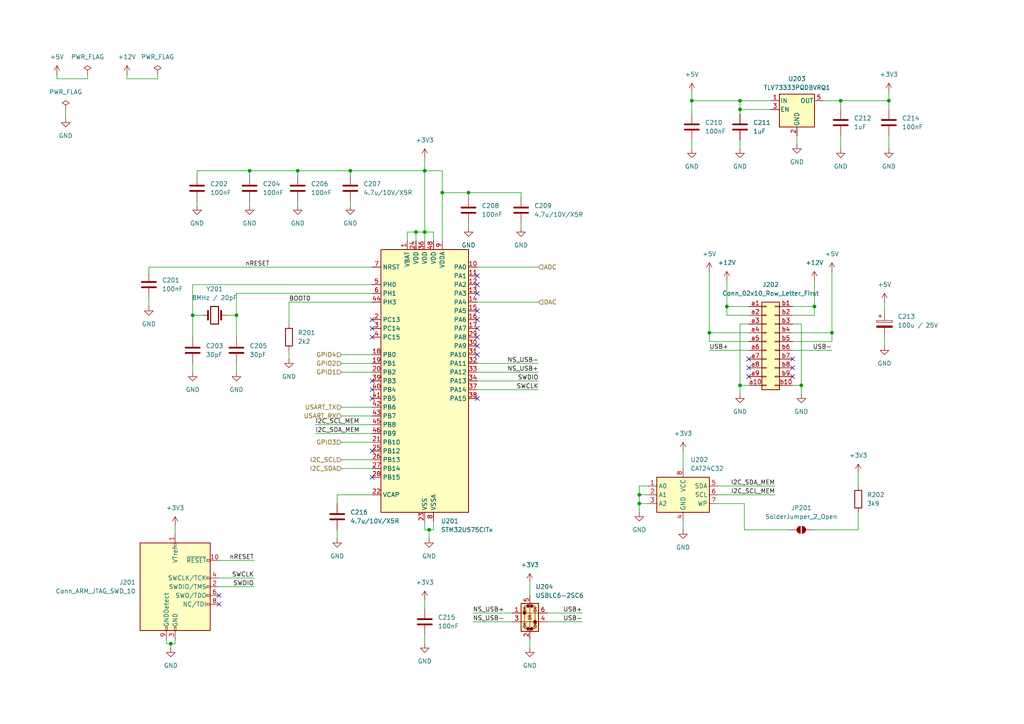
<source format=kicad_sch>
(kicad_sch (version 20250114) (generator "eeschema") (generator_version "9.0")
  (paper "A4")
  (title_block (title "STM32") (rev "<<HASH>>") (company "Amateurfunkclub für Remote Stationen"))
  (lib_symbols
    (symbol "Connector:Conn_ARM_JTAG_SWD_10" (pin_names (offset 1.016))
      (property "Reference" "J" (at -2.54 16.51 0))
      (property "Value" "Conn_ARM_JTAG_SWD_10" (at -2.54 13.97 0))
      (symbol "Conn_ARM_JTAG_SWD_10_0_1"
        (rectangle (start -10.16 12.7) (end 10.16 -12.7) (stroke (width 0.254)) (fill (type background)))
        (rectangle (start -2.794 -12.7) (end -2.286 -11.684))
        (rectangle (start -0.254 12.7) (end 0.254 11.684))
        (rectangle (start -0.254 -12.7) (end 0.254 -11.684))
        (rectangle (start 9.144 2.286) (end 10.16 2.794))
        (rectangle (start 10.16 7.874) (end 9.144 7.366))
        (rectangle (start 10.16 -0.254) (end 9.144 0.254))
        (rectangle (start 10.16 -2.794) (end 9.144 -2.286))
      )
      (symbol "Conn_ARM_JTAG_SWD_10_1_1"
        (rectangle (start 9.144 -5.334) (end 10.16 -4.826))
        (pin no_connect line (at -10.16 0 0) (length 2.54) (hide yes) (name "KEY") (number "7"))
        (pin passive line (at -2.54 -15.24 90) (length 2.54) (name "GNDDetect") (number "9"))
        (pin power_in line (at 0 15.24 270) (length 2.54) (name "VTref") (number "1"))
        (pin power_in line (at 0 -15.24 90) (length 2.54) (name "GND") (number "3"))
        (pin passive line (at 0 -15.24 90) (length 2.54) (hide yes) (name "GND") (number "5"))
        (pin open_collector line (at 12.7 7.62 180) (length 2.54) (name "~{RESET}") (number "10"))
        (pin output line (at 12.7 2.54 180) (length 2.54) (name "SWCLK/TCK") (number "4"))
        (pin bidirectional line (at 12.7 0 180) (length 2.54) (name "SWDIO/TMS") (number "2"))
        (pin input line (at 12.7 -2.54 180) (length 2.54) (name "SWO/TDO") (number "6"))
        (pin output line (at 12.7 -5.08 180) (length 2.54) (name "NC/TDI") (number "8"))
      )
    )
    (symbol "Connector_Generic:Conn_02x10_Row_Letter_First" (pin_names (offset 1.016) (hide yes))
      (property "Reference" "J" (at 1.27 12.7 0))
      (property "Value" "Conn_02x10_Row_Letter_First" (at 1.27 -15.24 0))
      (symbol "Conn_02x10_Row_Letter_First_1_1"
        (rectangle (start -1.27 11.43) (end 3.81 -13.97) (stroke (width 0.254)) (fill (type background)))
        (rectangle (start -1.27 10.287) (end 0 10.033) (stroke (width 0.1524)))
        (rectangle (start -1.27 7.747) (end 0 7.493) (stroke (width 0.1524)))
        (rectangle (start -1.27 5.207) (end 0 4.953) (stroke (width 0.1524)))
        (rectangle (start -1.27 2.667) (end 0 2.413) (stroke (width 0.1524)))
        (rectangle (start -1.27 0.127) (end 0 -0.127) (stroke (width 0.1524)))
        (rectangle (start -1.27 -2.413) (end 0 -2.667) (stroke (width 0.1524)))
        (rectangle (start -1.27 -4.953) (end 0 -5.207) (stroke (width 0.1524)))
        (rectangle (start -1.27 -7.493) (end 0 -7.747) (stroke (width 0.1524)))
        (rectangle (start -1.27 -10.033) (end 0 -10.287) (stroke (width 0.1524)))
        (rectangle (start -1.27 -12.573) (end 0 -12.827) (stroke (width 0.1524)))
        (rectangle (start 3.81 10.287) (end 2.54 10.033) (stroke (width 0.1524)))
        (rectangle (start 3.81 7.747) (end 2.54 7.493) (stroke (width 0.1524)))
        (rectangle (start 3.81 5.207) (end 2.54 4.953) (stroke (width 0.1524)))
        (rectangle (start 3.81 2.667) (end 2.54 2.413) (stroke (width 0.1524)))
        (rectangle (start 3.81 0.127) (end 2.54 -0.127) (stroke (width 0.1524)))
        (rectangle (start 3.81 -2.413) (end 2.54 -2.667) (stroke (width 0.1524)))
        (rectangle (start 3.81 -4.953) (end 2.54 -5.207) (stroke (width 0.1524)))
        (rectangle (start 3.81 -7.493) (end 2.54 -7.747) (stroke (width 0.1524)))
        (rectangle (start 3.81 -10.033) (end 2.54 -10.287) (stroke (width 0.1524)))
        (rectangle (start 3.81 -12.573) (end 2.54 -12.827) (stroke (width 0.1524)))
        (pin passive line (at -5.08 10.16 0) (length 3.81) (name "Pin_a1") (number "a1"))
        (pin passive line (at -5.08 7.62 0) (length 3.81) (name "Pin_a2") (number "a2"))
        (pin passive line (at -5.08 5.08 0) (length 3.81) (name "Pin_a3") (number "a3"))
        (pin passive line (at -5.08 2.54 0) (length 3.81) (name "Pin_a4") (number "a4"))
        (pin passive line (at -5.08 0 0) (length 3.81) (name "Pin_a5") (number "a5"))
        (pin passive line (at -5.08 -2.54 0) (length 3.81) (name "Pin_a6") (number "a6"))
        (pin passive line (at -5.08 -5.08 0) (length 3.81) (name "Pin_a7") (number "a7"))
        (pin passive line (at -5.08 -7.62 0) (length 3.81) (name "Pin_a8") (number "a8"))
        (pin passive line (at -5.08 -10.16 0) (length 3.81) (name "Pin_a9") (number "a9"))
        (pin passive line (at -5.08 -12.7 0) (length 3.81) (name "Pin_a10") (number "a10"))
        (pin passive line (at 7.62 10.16 180) (length 3.81) (name "Pin_b1") (number "b1"))
        (pin passive line (at 7.62 7.62 180) (length 3.81) (name "Pin_b2") (number "b2"))
        (pin passive line (at 7.62 5.08 180) (length 3.81) (name "Pin_b3") (number "b3"))
        (pin passive line (at 7.62 2.54 180) (length 3.81) (name "Pin_b4") (number "b4"))
        (pin passive line (at 7.62 0 180) (length 3.81) (name "Pin_b5") (number "b5"))
        (pin passive line (at 7.62 -2.54 180) (length 3.81) (name "Pin_b6") (number "b6"))
        (pin passive line (at 7.62 -5.08 180) (length 3.81) (name "Pin_b7") (number "b7"))
        (pin passive line (at 7.62 -7.62 180) (length 3.81) (name "Pin_b8") (number "b8"))
        (pin passive line (at 7.62 -10.16 180) (length 3.81) (name "Pin_b9") (number "b9"))
        (pin passive line (at 7.62 -12.7 180) (length 3.81) (name "Pin_b10") (number "b10"))
      )
    )
    (symbol "Device:C" (pin_numbers (hide yes)) (pin_names (offset 0.254))
      (property "Reference" "C" (at 0.635 2.54 0))
      (property "Value" "C" (at 0.635 -2.54 0))
      (symbol "C_0_1"
        (polyline (pts (xy -2.032 0.762) (xy 2.032 0.762)) (stroke (width 0.508)))
        (polyline (pts (xy -2.032 -0.762) (xy 2.032 -0.762)) (stroke (width 0.508)))
      )
      (symbol "C_1_1"
        (pin passive line (at 0 3.81 270) (length 2.794) (name "~") (number "1"))
        (pin passive line (at 0 -3.81 90) (length 2.794) (name "~") (number "2"))
      )
    )
    (symbol "Device:C_Polarized" (pin_numbers (hide yes)) (pin_names (offset 0.254))
      (property "Reference" "C" (at 0.635 2.54 0))
      (property "Value" "C_Polarized" (at 0.635 -2.54 0))
      (symbol "C_Polarized_0_1"
        (rectangle (start -2.286 0.508) (end 2.286 1.016))
        (polyline (pts (xy -1.778 2.286) (xy -0.762 2.286)))
        (polyline (pts (xy -1.27 2.794) (xy -1.27 1.778)))
        (rectangle (start 2.286 -0.508) (end -2.286 -1.016) (fill (type outline)))
      )
      (symbol "C_Polarized_1_1"
        (pin passive line (at 0 3.81 270) (length 2.794) (name "~") (number "1"))
        (pin passive line (at 0 -3.81 90) (length 2.794) (name "~") (number "2"))
      )
    )
    (symbol "Device:Crystal" (pin_numbers (hide yes)) (pin_names (offset 1.016) (hide yes))
      (property "Reference" "Y" (at 0 3.81 0))
      (property "Value" "Crystal" (at 0 -3.81 0))
      (symbol "Crystal_0_1"
        (polyline (pts (xy -2.54 0) (xy -1.905 0)))
        (polyline (pts (xy -1.905 -1.27) (xy -1.905 1.27)) (stroke (width 0.508)))
        (rectangle (start -1.143 2.54) (end 1.143 -2.54) (stroke (width 0.3048)))
        (polyline (pts (xy 1.905 -1.27) (xy 1.905 1.27)) (stroke (width 0.508)))
        (polyline (pts (xy 2.54 0) (xy 1.905 0)))
      )
      (symbol "Crystal_1_1"
        (pin passive line (at -3.81 0 0) (length 1.27) (name "1") (number "1"))
        (pin passive line (at 3.81 0 180) (length 1.27) (name "2") (number "2"))
      )
    )
    (symbol "Device:R" (pin_numbers (hide yes)) (pin_names (offset 0))
      (property "Reference" "R" (at 2.032 0 90))
      (property "Value" "R" (at 0 0 90))
      (symbol "R_0_1"
        (rectangle (start -1.016 -2.54) (end 1.016 2.54) (stroke (width 0.254)))
      )
      (symbol "R_1_1"
        (pin passive line (at 0 3.81 270) (length 1.27) (name "~") (number "1"))
        (pin passive line (at 0 -3.81 90) (length 1.27) (name "~") (number "2"))
      )
    )
    (symbol "Jumper:SolderJumper_2_Open" (pin_numbers (hide yes)) (pin_names (offset 0) (hide yes)) (in_bom no)
      (property "Reference" "JP" (at 0 2.032 0))
      (property "Value" "SolderJumper_2_Open" (at 0 -2.54 0))
      (symbol "SolderJumper_2_Open_0_1"
        (polyline (pts (xy -0.254 1.016) (xy -0.254 -1.016)))
        (arc (start -0.254 -1.016) (mid -1.2656 0) (end -0.254 1.016))
        (arc (start -0.254 -1.016) (mid -1.2656 0) (end -0.254 1.016) (fill (type outline)))
        (arc (start 0.254 1.016) (mid 1.2656 0) (end 0.254 -1.016))
        (arc (start 0.254 1.016) (mid 1.2656 0) (end 0.254 -1.016) (fill (type outline)))
        (polyline (pts (xy 0.254 1.016) (xy 0.254 -1.016)))
      )
      (symbol "SolderJumper_2_Open_1_1"
        (pin passive line (at -3.81 0 0) (length 2.54) (name "A") (number "1"))
        (pin passive line (at 3.81 0 180) (length 2.54) (name "B") (number "2"))
      )
    )
    (symbol "MCU_ST_STM32U5:STM32U575CITx"
      (property "Reference" "U" (at -12.7 39.37 0))
      (property "Value" "STM32U575CITx" (at 7.62 39.37 0))
      (symbol "STM32U575CITx_0_1"
        (rectangle (start -12.7 -38.1) (end 12.7 38.1) (stroke (width 0.254)) (fill (type background)))
      )
      (symbol "STM32U575CITx_1_1"
        (pin input line (at -15.24 33.02 0) (length 2.54) (name "NRST") (number "7"))
        (pin bidirectional line (at -15.24 27.94 0) (length 2.54) (name "PH0") (number "5"))
        (pin bidirectional line (at -15.24 25.4 0) (length 2.54) (name "PH1") (number "6"))
        (pin bidirectional line (at -15.24 22.86 0) (length 2.54) (name "PH3") (number "44"))
        (pin bidirectional line (at -15.24 17.78 0) (length 2.54) (name "PC13") (number "2"))
        (pin bidirectional line (at -15.24 15.24 0) (length 2.54) (name "PC14") (number "3"))
        (pin bidirectional line (at -15.24 12.7 0) (length 2.54) (name "PC15") (number "4"))
        (pin bidirectional line (at -15.24 7.62 0) (length 2.54) (name "PB0") (number "18"))
        (pin bidirectional line (at -15.24 5.08 0) (length 2.54) (name "PB1") (number "19"))
        (pin bidirectional line (at -15.24 2.54 0) (length 2.54) (name "PB2") (number "20"))
        (pin bidirectional line (at -15.24 0 0) (length 2.54) (name "PB3") (number "39"))
        (pin bidirectional line (at -15.24 -2.54 0) (length 2.54) (name "PB4") (number "40"))
        (pin bidirectional line (at -15.24 -5.08 0) (length 2.54) (name "PB5") (number "41"))
        (pin bidirectional line (at -15.24 -7.62 0) (length 2.54) (name "PB6") (number "42"))
        (pin bidirectional line (at -15.24 -10.16 0) (length 2.54) (name "PB7") (number "43"))
        (pin bidirectional line (at -15.24 -12.7 0) (length 2.54) (name "PB8") (number "45"))
        (pin bidirectional line (at -15.24 -15.24 0) (length 2.54) (name "PB9") (number "46"))
        (pin bidirectional line (at -15.24 -17.78 0) (length 2.54) (name "PB10") (number "21"))
        (pin bidirectional line (at -15.24 -20.32 0) (length 2.54) (name "PB12") (number "25"))
        (pin bidirectional line (at -15.24 -22.86 0) (length 2.54) (name "PB13") (number "26"))
        (pin bidirectional line (at -15.24 -25.4 0) (length 2.54) (name "PB14") (number "27"))
        (pin bidirectional line (at -15.24 -27.94 0) (length 2.54) (name "PB15") (number "28"))
        (pin power_out line (at -15.24 -33.02 0) (length 2.54) (name "VCAP") (number "22"))
        (pin power_in line (at -5.08 40.64 270) (length 2.54) (name "VBAT") (number "1"))
        (pin power_in line (at -2.54 40.64 270) (length 2.54) (name "VDD") (number "24"))
        (pin power_in line (at 0 40.64 270) (length 2.54) (name "VDD") (number "36"))
        (pin power_in line (at 0 -40.64 90) (length 2.54) (name "VSS") (number "23"))
        (pin passive line (at 0 -40.64 90) (length 2.54) (hide yes) (name "VSS") (number "35"))
        (pin passive line (at 0 -40.64 90) (length 2.54) (hide yes) (name "VSS") (number "47"))
        (pin power_in line (at 2.54 40.64 270) (length 2.54) (name "VDD") (number "48"))
        (pin power_in line (at 2.54 -40.64 90) (length 2.54) (name "VSSA") (number "8"))
        (pin power_in line (at 5.08 40.64 270) (length 2.54) (name "VDDA") (number "9"))
        (pin bidirectional line (at 15.24 33.02 180) (length 2.54) (name "PA0") (number "10"))
        (pin bidirectional line (at 15.24 30.48 180) (length 2.54) (name "PA1") (number "11"))
        (pin bidirectional line (at 15.24 27.94 180) (length 2.54) (name "PA2") (number "12"))
        (pin bidirectional line (at 15.24 25.4 180) (length 2.54) (name "PA3") (number "13"))
        (pin bidirectional line (at 15.24 22.86 180) (length 2.54) (name "PA4") (number "14"))
        (pin bidirectional line (at 15.24 20.32 180) (length 2.54) (name "PA5") (number "15"))
        (pin bidirectional line (at 15.24 17.78 180) (length 2.54) (name "PA6") (number "16"))
        (pin bidirectional line (at 15.24 15.24 180) (length 2.54) (name "PA7") (number "17"))
        (pin bidirectional line (at 15.24 12.7 180) (length 2.54) (name "PA8") (number "29"))
        (pin bidirectional line (at 15.24 10.16 180) (length 2.54) (name "PA9") (number "30"))
        (pin bidirectional line (at 15.24 7.62 180) (length 2.54) (name "PA10") (number "31"))
        (pin bidirectional line (at 15.24 5.08 180) (length 2.54) (name "PA11") (number "32"))
        (pin bidirectional line (at 15.24 2.54 180) (length 2.54) (name "PA12") (number "33"))
        (pin bidirectional line (at 15.24 0 180) (length 2.54) (name "PA13") (number "34"))
        (pin bidirectional line (at 15.24 -2.54 180) (length 2.54) (name "PA14") (number "37"))
        (pin bidirectional line (at 15.24 -5.08 180) (length 2.54) (name "PA15") (number "38"))
      )
    )
    (symbol "Memory_EEPROM:CAT24C128"
      (property "Reference" "U" (at -6.35 6.35 0))
      (property "Value" "CAT24C128" (at 1.27 6.35 0))
      (symbol "CAT24C128_1_1"
        (rectangle (start -7.62 5.08) (end 7.62 -5.08) (stroke (width 0.254)) (fill (type background)))
        (pin input line (at -10.16 2.54 0) (length 2.54) (name "A0") (number "1"))
        (pin input line (at -10.16 0 0) (length 2.54) (name "A1") (number "2"))
        (pin input line (at -10.16 -2.54 0) (length 2.54) (name "A2") (number "3"))
        (pin power_in line (at 0 7.62 270) (length 2.54) (name "VCC") (number "8"))
        (pin power_in line (at 0 -7.62 90) (length 2.54) (name "GND") (number "4"))
        (pin bidirectional line (at 10.16 2.54 180) (length 2.54) (name "SDA") (number "5"))
        (pin input line (at 10.16 0 180) (length 2.54) (name "SCL") (number "6"))
        (pin input line (at 10.16 -2.54 180) (length 2.54) (name "WP") (number "7"))
      )
    )
    (symbol "Power_Protection:USBLC6-2SC6" (pin_names (hide yes))
      (property "Reference" "U" (at 0.635 5.715 0))
      (property "Value" "USBLC6-2SC6" (at 0.635 3.81 0))
      (symbol "USBLC6-2SC6_0_0"
        (circle (center -1.524 0) (radius 0.0001) (stroke (width 0.508)))
        (circle (center -0.508 2.032) (radius 0.0001) (stroke (width 0.508)))
        (circle (center -0.508 -4.572) (radius 0.0001) (stroke (width 0.508)))
        (circle (center 0.508 2.032) (radius 0.0001) (stroke (width 0.508)))
        (circle (center 0.508 -4.572) (radius 0.0001) (stroke (width 0.508)))
        (circle (center 1.524 -2.54) (radius 0.0001) (stroke (width 0.508)))
      )
      (symbol "USBLC6-2SC6_0_1"
        (polyline (pts (xy -2.54 0) (xy 2.54 0)))
        (polyline (pts (xy -2.54 -2.54) (xy 2.54 -2.54)))
        (polyline (pts (xy -2.032 0.508) (xy -1.016 0.508) (xy -1.524 1.524) (xy -2.032 0.508)))
        (polyline (pts (xy -2.032 -3.048) (xy -1.016 -3.048)))
        (polyline (pts (xy -1.016 1.524) (xy -2.032 1.524)))
        (polyline (pts (xy -1.016 -4.064) (xy -2.032 -4.064) (xy -1.524 -3.048) (xy -1.016 -4.064)))
        (polyline (pts (xy -0.508 -1.143) (xy -0.508 -0.762) (xy 0.508 -0.762)))
        (polyline (pts (xy 0 2.54) (xy -0.508 2.032) (xy 0.508 2.032) (xy 0 1.524) (xy 0 -4.064) (xy -0.508 -4.572) (xy 0.508 -4.572) (xy 0 -5.08)))
        (polyline (pts (xy 0.508 -1.778) (xy -0.508 -1.778) (xy 0 -0.762) (xy 0.508 -1.778)))
        (polyline (pts (xy 1.016 1.524) (xy 2.032 1.524)))
        (polyline (pts (xy 1.016 -3.048) (xy 2.032 -3.048)))
        (polyline (pts (xy 2.032 0.508) (xy 1.016 0.508) (xy 1.524 1.524) (xy 2.032 0.508)))
        (polyline (pts (xy 2.032 -4.064) (xy 1.016 -4.064) (xy 1.524 -3.048) (xy 2.032 -4.064)))
      )
      (symbol "USBLC6-2SC6_1_1"
        (rectangle (start -2.54 2.794) (end 2.54 -5.334) (stroke (width 0.254)) (fill (type background)))
        (polyline (pts (xy -0.508 2.032) (xy -1.524 2.032) (xy -1.524 -4.572) (xy -0.508 -4.572)))
        (polyline (pts (xy 0.508 -4.572) (xy 1.524 -4.572) (xy 1.524 2.032) (xy 0.508 2.032)))
        (pin passive line (at -5.08 0 0) (length 2.54) (name "I/O1") (number "1"))
        (pin passive line (at -5.08 -2.54 0) (length 2.54) (name "I/O2") (number "3"))
        (pin passive line (at 0 5.08 270) (length 2.54) (name "VBUS") (number "5"))
        (pin passive line (at 0 -7.62 90) (length 2.54) (name "GND") (number "2"))
        (pin passive line (at 5.08 0 180) (length 2.54) (name "I/O1") (number "6"))
        (pin passive line (at 5.08 -2.54 180) (length 2.54) (name "I/O2") (number "4"))
      )
    )
    (symbol "Regulator_Linear:TLV73333PDBV" (pin_names (offset 0.254))
      (property "Reference" "U" (at -3.81 5.715 0))
      (property "Value" "TLV73333PDBV" (at 0 5.715 0))
      (symbol "TLV73333PDBV_0_1"
        (rectangle (start -5.08 4.445) (end 5.08 -5.08) (stroke (width 0.254)) (fill (type background)))
      )
      (symbol "TLV73333PDBV_1_1"
        (pin power_in line (at -7.62 2.54 0) (length 2.54) (name "IN") (number "1"))
        (pin input line (at -7.62 0 0) (length 2.54) (name "EN") (number "3"))
        (pin power_in line (at 0 -7.62 90) (length 2.54) (name "GND") (number "2"))
        (pin no_connect line (at 5.08 0 180) (length 2.54) (hide yes) (name "NC") (number "4"))
        (pin power_out line (at 7.62 2.54 180) (length 2.54) (name "OUT") (number "5"))
      )
    )
    (symbol "power:+12V" (power) (pin_numbers (hide yes)) (pin_names (offset 0) (hide yes))
      (property "Value" "+12V" (at 0 3.556 0))
      (symbol "+12V_0_1"
        (polyline (pts (xy -0.762 1.27) (xy 0 2.54)))
        (polyline (pts (xy 0 2.54) (xy 0.762 1.27)))
        (polyline (pts (xy 0 0) (xy 0 2.54)))
      )
      (symbol "+12V_1_1"
        (pin power_in line (at 0 0 90) (length 0) (name "~") (number "1"))
      )
    )
    (symbol "power:+3V3" (power) (pin_numbers (hide yes)) (pin_names (offset 0) (hide yes))
      (property "Value" "+3V3" (at 0 3.556 0))
      (symbol "+3V3_0_1"
        (polyline (pts (xy -0.762 1.27) (xy 0 2.54)))
        (polyline (pts (xy 0 2.54) (xy 0.762 1.27)))
        (polyline (pts (xy 0 0) (xy 0 2.54)))
      )
      (symbol "+3V3_1_1"
        (pin power_in line (at 0 0 90) (length 0) (name "~") (number "1"))
      )
    )
    (symbol "power:+5V" (power) (pin_numbers (hide yes)) (pin_names (offset 0) (hide yes))
      (property "Value" "+5V" (at 0 3.556 0))
      (symbol "+5V_0_1"
        (polyline (pts (xy -0.762 1.27) (xy 0 2.54)))
        (polyline (pts (xy 0 2.54) (xy 0.762 1.27)))
        (polyline (pts (xy 0 0) (xy 0 2.54)))
      )
      (symbol "+5V_1_1"
        (pin power_in line (at 0 0 90) (length 0) (name "~") (number "1"))
      )
    )
    (symbol "power:GND" (power) (pin_numbers (hide yes)) (pin_names (offset 0) (hide yes))
      (property "Value" "GND" (at 0 -3.81 0))
      (symbol "GND_0_1"
        (polyline (pts (xy 0 0) (xy 0 -1.27) (xy 1.27 -1.27) (xy 0 -2.54) (xy -1.27 -1.27) (xy 0 -1.27)))
      )
      (symbol "GND_1_1"
        (pin power_in line (at 0 0 270) (length 0) (name "~") (number "1"))
      )
    )
    (symbol "power:PWR_FLAG" (power) (pin_numbers (hide yes)) (pin_names (offset 0) (hide yes))
      (property "Value" "PWR_FLAG" (at 0 3.81 0))
      (symbol "PWR_FLAG_0_0"
        (pin power_out line (at 0 0 90) (length 0) (name "~") (number "1"))
      )
      (symbol "PWR_FLAG_0_1"
        (polyline (pts (xy 0 0) (xy 0 1.27) (xy -1.016 1.905) (xy 0 2.54) (xy 1.016 1.905) (xy 0 1.27)))
      )
    )
  )
  (junction (at 185.42 143.51))
  (junction (at 128.27 55.88))
  (junction (at 210.82 88.9))
  (junction (at 200.66 29.21))
  (junction (at 72.39 49.53))
  (junction (at 214.63 31.75))
  (junction (at 123.19 49.53))
  (junction (at 232.41 111.76))
  (junction (at 205.74 96.52))
  (junction (at 101.6 49.53))
  (junction (at 257.81 29.21))
  (junction (at 55.88 91.44))
  (junction (at 243.84 29.21))
  (junction (at 185.42 146.05))
  (junction (at 214.63 29.21))
  (junction (at 135.89 55.88))
  (junction (at 68.58 91.44))
  (junction (at 124.46 153.67))
  (junction (at 49.53 186.69))
  (junction (at 241.3 96.52))
  (junction (at 86.36 49.53))
  (junction (at 120.65 67.31))
  (junction (at 123.19 67.31))
  (junction (at 236.22 88.9))
  (junction (at 214.63 111.76))
  (no_connect (at 229.87 106.68))
  (no_connect (at 107.95 115.57))
  (no_connect (at 63.5 175.26))
  (no_connect (at 138.43 90.17))
  (no_connect (at 107.95 113.03))
  (no_connect (at 107.95 92.71))
  (no_connect (at 107.95 95.25))
  (no_connect (at 138.43 97.79))
  (no_connect (at 138.43 82.55))
  (no_connect (at 229.87 104.14))
  (no_connect (at 217.17 104.14))
  (no_connect (at 107.95 97.79))
  (no_connect (at 217.17 109.22))
  (no_connect (at 217.17 106.68))
  (no_connect (at 138.43 115.57))
  (no_connect (at 107.95 138.43))
  (no_connect (at 138.43 85.09))
  (no_connect (at 107.95 110.49))
  (no_connect (at 229.87 109.22))
  (no_connect (at 138.43 100.33))
  (no_connect (at 138.43 95.25))
  (no_connect (at 138.43 102.87))
  (no_connect (at 107.95 130.81))
  (no_connect (at 63.5 172.72))
  (no_connect (at 138.43 92.71))
  (no_connect (at 138.43 80.01))
  (wire (pts (xy 83.82 101.6) (xy 83.82 104.14)))
  (wire (pts (xy 123.19 49.53) (xy 128.27 49.53)))
  (wire (pts (xy 120.65 67.31) (xy 123.19 67.31)))
  (wire (pts (xy 43.18 77.47) (xy 43.18 78.74)))
  (wire (pts (xy 101.6 58.42) (xy 101.6 59.69)))
  (wire (pts (xy 118.11 69.85) (xy 118.11 67.31)))
  (wire (pts (xy 210.82 88.9) (xy 210.82 81.28)))
  (wire (pts (xy 138.43 105.41) (xy 156.21 105.41)))
  (wire (pts (xy 99.06 120.65) (xy 107.95 120.65)))
  (wire (pts (xy 16.51 22.86) (xy 25.4 22.86)))
  (wire (pts (xy 36.83 21.59) (xy 36.83 22.86)))
  (wire (pts (xy 210.82 91.44) (xy 210.82 88.9)))
  (wire (pts (xy 125.73 151.13) (xy 125.73 153.67)))
  (wire (pts (xy 123.19 153.67) (xy 124.46 153.67)))
  (wire (pts (xy 97.79 153.67) (xy 97.79 156.21)))
  (wire (pts (xy 99.06 128.27) (xy 107.95 128.27)))
  (wire (pts (xy 236.22 153.67) (xy 248.92 153.67)))
  (wire (pts (xy 215.9 146.05) (xy 208.28 146.05)))
  (wire (pts (xy 187.96 146.05) (xy 185.42 146.05)))
  (wire (pts (xy 229.87 111.76) (xy 232.41 111.76)))
  (wire (pts (xy 232.41 93.98) (xy 232.41 111.76)))
  (wire (pts (xy 16.51 21.59) (xy 16.51 22.86)))
  (wire (pts (xy 68.58 105.41) (xy 68.58 107.95)))
  (wire (pts (xy 198.12 151.13) (xy 198.12 153.67)))
  (wire (pts (xy 214.63 29.21) (xy 223.52 29.21)))
  (wire (pts (xy 205.74 101.6) (xy 217.17 101.6)))
  (wire (pts (xy 236.22 88.9) (xy 236.22 81.28)))
  (wire (pts (xy 217.17 99.06) (xy 205.74 99.06)))
  (wire (pts (xy 185.42 140.97) (xy 185.42 143.51)))
  (wire (pts (xy 128.27 55.88) (xy 128.27 69.85)))
  (wire (pts (xy 124.46 153.67) (xy 125.73 153.67)))
  (wire (pts (xy 185.42 143.51) (xy 185.42 146.05)))
  (wire (pts (xy 214.63 111.76) (xy 214.63 114.3)))
  (wire (pts (xy 243.84 39.37) (xy 243.84 43.18)))
  (wire (pts (xy 217.17 111.76) (xy 214.63 111.76)))
  (wire (pts (xy 153.67 168.91) (xy 153.67 172.72)))
  (wire (pts (xy 68.58 85.09) (xy 68.58 91.44)))
  (wire (pts (xy 124.46 153.67) (xy 124.46 156.21)))
  (wire (pts (xy 63.5 167.64) (xy 73.66 167.64)))
  (wire (pts (xy 123.19 45.72) (xy 123.19 49.53)))
  (wire (pts (xy 208.28 143.51) (xy 224.79 143.51)))
  (wire (pts (xy 86.36 58.42) (xy 86.36 59.69)))
  (wire (pts (xy 229.87 91.44) (xy 236.22 91.44)))
  (wire (pts (xy 217.17 91.44) (xy 210.82 91.44)))
  (wire (pts (xy 128.27 55.88) (xy 135.89 55.88)))
  (wire (pts (xy 248.92 137.16) (xy 248.92 140.97)))
  (wire (pts (xy 138.43 87.63) (xy 156.21 87.63)))
  (wire (pts (xy 123.19 151.13) (xy 123.19 153.67)))
  (wire (pts (xy 229.87 96.52) (xy 241.3 96.52)))
  (wire (pts (xy 123.19 173.99) (xy 123.19 176.53)))
  (wire (pts (xy 45.72 22.86) (xy 45.72 21.59)))
  (wire (pts (xy 99.06 102.87) (xy 107.95 102.87)))
  (wire (pts (xy 55.88 91.44) (xy 55.88 97.79)))
  (wire (pts (xy 137.16 180.34) (xy 148.59 180.34)))
  (wire (pts (xy 107.95 87.63) (xy 83.82 87.63)))
  (wire (pts (xy 232.41 111.76) (xy 232.41 114.3)))
  (wire (pts (xy 236.22 91.44) (xy 236.22 88.9)))
  (wire (pts (xy 68.58 85.09) (xy 107.95 85.09)))
  (wire (pts (xy 55.88 82.55) (xy 107.95 82.55)))
  (wire (pts (xy 68.58 91.44) (xy 66.04 91.44)))
  (wire (pts (xy 138.43 107.95) (xy 156.21 107.95)))
  (wire (pts (xy 123.19 67.31) (xy 125.73 67.31)))
  (wire (pts (xy 205.74 99.06) (xy 205.74 96.52)))
  (wire (pts (xy 214.63 31.75) (xy 214.63 33.02)))
  (wire (pts (xy 49.53 186.69) (xy 50.8 186.69)))
  (wire (pts (xy 91.44 123.19) (xy 107.95 123.19)))
  (wire (pts (xy 135.89 64.77) (xy 135.89 66.04)))
  (wire (pts (xy 243.84 29.21) (xy 243.84 31.75)))
  (wire (pts (xy 257.81 29.21) (xy 257.81 31.75)))
  (wire (pts (xy 256.54 87.63) (xy 256.54 90.17)))
  (wire (pts (xy 158.75 180.34) (xy 168.91 180.34)))
  (wire (pts (xy 238.76 29.21) (xy 243.84 29.21)))
  (wire (pts (xy 50.8 185.42) (xy 50.8 186.69)))
  (wire (pts (xy 241.3 99.06) (xy 241.3 96.52)))
  (wire (pts (xy 208.28 140.97) (xy 224.79 140.97)))
  (wire (pts (xy 101.6 49.53) (xy 123.19 49.53)))
  (wire (pts (xy 57.15 58.42) (xy 57.15 59.69)))
  (wire (pts (xy 229.87 99.06) (xy 241.3 99.06)))
  (wire (pts (xy 57.15 49.53) (xy 72.39 49.53)))
  (wire (pts (xy 229.87 101.6) (xy 241.3 101.6)))
  (wire (pts (xy 48.26 185.42) (xy 48.26 186.69)))
  (wire (pts (xy 99.06 107.95) (xy 107.95 107.95)))
  (wire (pts (xy 118.11 67.31) (xy 120.65 67.31)))
  (wire (pts (xy 214.63 93.98) (xy 214.63 111.76)))
  (wire (pts (xy 217.17 96.52) (xy 205.74 96.52)))
  (wire (pts (xy 135.89 57.15) (xy 135.89 55.88)))
  (wire (pts (xy 99.06 135.89) (xy 107.95 135.89)))
  (wire (pts (xy 256.54 97.79) (xy 256.54 100.33)))
  (wire (pts (xy 229.87 93.98) (xy 232.41 93.98)))
  (wire (pts (xy 99.06 105.41) (xy 107.95 105.41)))
  (wire (pts (xy 205.74 96.52) (xy 205.74 78.74)))
  (wire (pts (xy 257.81 29.21) (xy 257.81 26.67)))
  (wire (pts (xy 63.5 162.56) (xy 73.66 162.56)))
  (wire (pts (xy 25.4 22.86) (xy 25.4 21.59)))
  (wire (pts (xy 72.39 50.8) (xy 72.39 49.53)))
  (wire (pts (xy 217.17 88.9) (xy 210.82 88.9)))
  (wire (pts (xy 55.88 91.44) (xy 58.42 91.44)))
  (wire (pts (xy 138.43 110.49) (xy 156.21 110.49)))
  (wire (pts (xy 43.18 86.36) (xy 43.18 88.9)))
  (wire (pts (xy 223.52 31.75) (xy 214.63 31.75)))
  (wire (pts (xy 99.06 118.11) (xy 107.95 118.11)))
  (wire (pts (xy 241.3 96.52) (xy 241.3 78.74)))
  (wire (pts (xy 151.13 57.15) (xy 151.13 55.88)))
  (wire (pts (xy 63.5 170.18) (xy 73.66 170.18)))
  (wire (pts (xy 36.83 22.86) (xy 45.72 22.86)))
  (wire (pts (xy 153.67 185.42) (xy 153.67 187.96)))
  (wire (pts (xy 135.89 55.88) (xy 151.13 55.88)))
  (wire (pts (xy 19.05 31.75) (xy 19.05 34.29)))
  (wire (pts (xy 217.17 93.98) (xy 214.63 93.98)))
  (wire (pts (xy 107.95 143.51) (xy 97.79 143.51)))
  (wire (pts (xy 68.58 91.44) (xy 68.58 97.79)))
  (wire (pts (xy 151.13 64.77) (xy 151.13 66.04)))
  (wire (pts (xy 200.66 29.21) (xy 200.66 26.67)))
  (wire (pts (xy 137.16 177.8) (xy 148.59 177.8)))
  (wire (pts (xy 123.19 184.15) (xy 123.19 186.69)))
  (wire (pts (xy 97.79 143.51) (xy 97.79 146.05)))
  (wire (pts (xy 72.39 49.53) (xy 86.36 49.53)))
  (wire (pts (xy 214.63 31.75) (xy 214.63 29.21)))
  (wire (pts (xy 123.19 67.31) (xy 123.19 69.85)))
  (wire (pts (xy 228.6 153.67) (xy 215.9 153.67)))
  (wire (pts (xy 50.8 152.4) (xy 50.8 154.94)))
  (wire (pts (xy 91.44 125.73) (xy 107.95 125.73)))
  (wire (pts (xy 107.95 77.47) (xy 43.18 77.47)))
  (wire (pts (xy 120.65 67.31) (xy 120.65 69.85)))
  (wire (pts (xy 57.15 50.8) (xy 57.15 49.53)))
  (wire (pts (xy 128.27 49.53) (xy 128.27 55.88)))
  (wire (pts (xy 198.12 130.81) (xy 198.12 135.89)))
  (wire (pts (xy 200.66 29.21) (xy 214.63 29.21)))
  (wire (pts (xy 257.81 29.21) (xy 243.84 29.21)))
  (wire (pts (xy 48.26 186.69) (xy 49.53 186.69)))
  (wire (pts (xy 55.88 105.41) (xy 55.88 107.95)))
  (wire (pts (xy 49.53 186.69) (xy 49.53 187.96)))
  (wire (pts (xy 187.96 143.51) (xy 185.42 143.51)))
  (wire (pts (xy 200.66 29.21) (xy 200.66 33.02)))
  (wire (pts (xy 138.43 113.03) (xy 156.21 113.03)))
  (wire (pts (xy 215.9 153.67) (xy 215.9 146.05)))
  (wire (pts (xy 257.81 39.37) (xy 257.81 43.18)))
  (wire (pts (xy 229.87 88.9) (xy 236.22 88.9)))
  (wire (pts (xy 86.36 50.8) (xy 86.36 49.53)))
  (wire (pts (xy 83.82 87.63) (xy 83.82 93.98)))
  (wire (pts (xy 185.42 146.05) (xy 185.42 148.59)))
  (wire (pts (xy 72.39 58.42) (xy 72.39 59.69)))
  (wire (pts (xy 138.43 77.47) (xy 156.21 77.47)))
  (wire (pts (xy 99.06 133.35) (xy 107.95 133.35)))
  (wire (pts (xy 101.6 49.53) (xy 101.6 50.8)))
  (wire (pts (xy 123.19 67.31) (xy 123.19 49.53)))
  (wire (pts (xy 158.75 177.8) (xy 168.91 177.8)))
  (wire (pts (xy 214.63 40.64) (xy 214.63 43.18)))
  (wire (pts (xy 187.96 140.97) (xy 185.42 140.97)))
  (wire (pts (xy 200.66 40.64) (xy 200.66 43.18)))
  (wire (pts (xy 231.14 39.37) (xy 231.14 41.91)))
  (wire (pts (xy 86.36 49.53) (xy 101.6 49.53)))
  (wire (pts (xy 125.73 69.85) (xy 125.73 67.31)))
  (wire (pts (xy 55.88 82.55) (xy 55.88 91.44)))
  (wire (pts (xy 248.92 153.67) (xy 248.92 148.59)))
  (label "NS_USB+" (at 137.16 177.8 0))
  (label "SWDIO" (at 73.66 170.18 180))
  (label "I2C_SCL_MEM" (at 91.44 123.19 0))
  (label "I2C_SDA_MEM" (at 224.79 140.97 180))
  (label "USB+" (at 168.91 177.8 180))
  (label "SWCLK" (at 73.66 167.64 180))
  (label "NS_USB-" (at 156.21 105.41 180))
  (label "I2C_SDA_MEM" (at 91.44 125.73 0))
  (label "I2C_SCL_MEM" (at 224.79 143.51 180))
  (label "USB-" (at 241.3 101.6 180))
  (label "NS_USB+" (at 156.21 107.95 180))
  (label "USB-" (at 168.91 180.34 180))
  (label "nRESET" (at 71.12 77.47 0))
  (label "USB+" (at 205.74 101.6 0))
  (label "nRESET" (at 73.66 162.56 180))
  (label "SWCLK" (at 156.21 113.03 180))
  (label "NS_USB-" (at 137.16 180.34 0))
  (label "SWDIO" (at 156.21 110.49 180))
  (label "BOOT0" (at 83.82 87.63 0))
  (hierarchical_label "GPIO2" (shape input) (at 99.06 105.41 180))
  (hierarchical_label "I2C_SCL" (shape input) (at 99.06 133.35 180))
  (hierarchical_label "GPIO3" (shape input) (at 99.06 128.27 180))
  (hierarchical_label "GPIO1" (shape input) (at 99.06 107.95 180))
  (hierarchical_label "USART_RX" (shape input) (at 99.06 120.65 180))
  (hierarchical_label "DAC" (shape input) (at 156.21 87.63 0))
  (hierarchical_label "USART_TX" (shape input) (at 99.06 118.11 180))
  (hierarchical_label "ADC" (shape input) (at 156.21 77.47 0))
  (hierarchical_label "GPIO4" (shape input) (at 99.06 102.87 180))
  (hierarchical_label "I2C_SDA" (shape input) (at 99.06 135.89 180))
  (symbol (lib_id "power:GND") (at 19.05 34.29 0) (unit 1)
    (property "Reference" "#PWR0202" (effects (hide yes)))
    (property "Value" "GND" (at 19.05 39.37 0))
    (property "Description" "Power symbol creates a global label with name \"GND\" , ground" (effects (hide yes)))
  )
  (symbol (lib_id "Device:C_Polarized") (at 256.54 93.98 0) (unit 1)
    (property "Reference" "C213" (at 260.35 91.8209 0) (effects (justify left)))
    (property "Value" "100u / 25V" (at 260.35 94.3609 0) (effects (justify left)))
    (property "Footprint" "Capacitor_Tantalum_SMD:CP_EIA-7343-43_Kemet-X" (effects (hide yes)))
    (property "Description" "Polarized capacitor" (effects (hide yes)))
    (property "LCSC" "C132558" (effects (hide yes)))
  )
  (symbol (lib_id "Device:C") (at 97.79 149.86 180) (unit 1)
    (property "Reference" "C216" (at 101.6 148.5899 0) (effects (justify right)))
    (property "Value" "4.7u/10V/X5R" (at 101.6 151.1299 0) (effects (justify right)))
    (property "Footprint" "Capacitor_SMD:C_0805_2012Metric" (effects (hide yes)))
    (property "Description" "Unpolarized capacitor" (effects (hide yes)))
    (property "MOUSER" "187-CL21A475KAQNNNF" (effects (hide yes)))
  )
  (symbol (lib_id "Device:C") (at 214.63 36.83 0) (unit 1)
    (property "Reference" "C211" (at 218.44 35.5599 0) (effects (justify left)))
    (property "Value" "1uF" (at 218.44 38.0999 0) (effects (justify left)))
    (property "Footprint" "Capacitor_SMD:C_0805_2012Metric" (effects (hide yes)))
    (property "Description" "Unpolarized capacitor" (effects (hide yes)))
    (property "MOUSER" "791-0805B105K250CT" (effects (hide yes)))
  )
  (symbol (lib_id "power:GND") (at 83.82 104.14 0) (unit 1)
    (property "Reference" "#PWR0207" (effects (hide yes)))
    (property "Value" "GND" (at 83.82 109.22 0))
    (property "Description" "Power symbol creates a global label with name \"GND\" , ground" (effects (hide yes)))
  )
  (symbol (lib_id "power:GND") (at 232.41 114.3 0) (unit 1)
    (property "Reference" "#PWR0228" (effects (hide yes)))
    (property "Value" "GND" (at 232.41 119.38 0))
    (property "Description" "Power symbol creates a global label with name \"GND\" , ground" (effects (hide yes)))
  )
  (symbol (lib_id "power:+5V") (at 241.3 78.74 0) (unit 1)
    (property "Reference" "#PWR0230" (effects (hide yes)))
    (property "Value" "+5V" (at 241.3 73.66 0))
    (property "Description" "Power symbol creates a global label with name \"+5V\"" (effects (hide yes)))
  )
  (symbol (lib_id "Device:R") (at 248.92 144.78 0) (unit 1)
    (property "Reference" "R202" (at 251.46 143.5099 0) (effects (justify left)))
    (property "Value" "3k9" (at 251.46 146.0499 0) (effects (justify left)))
    (property "Footprint" "Resistor_SMD:R_0805_2012Metric" (effects (hide yes)))
    (property "Description" "Resistor" (effects (hide yes)))
    (property "MOUSER" "603-RT0805DRD073K9L" (effects (hide yes)))
  )
  (symbol (lib_id "Device:C") (at 135.89 60.96 180) (unit 1)
    (property "Reference" "C208" (at 139.7 59.6899 0) (effects (justify right)))
    (property "Value" "100nF" (at 139.7 62.2299 0) (effects (justify right)))
    (property "Footprint" "Capacitor_SMD:C_0805_2012Metric" (effects (hide yes)))
    (property "Description" "Unpolarized capacitor" (effects (hide yes)))
    (property "LCSC" "C28233" (effects (hide yes)))
  )
  (symbol (lib_id "power:+3V3") (at 50.8 152.4 0) (unit 1)
    (property "Reference" "#PWR0206" (effects (hide yes)))
    (property "Value" "+3V3" (at 50.8 147.32 0))
    (property "Description" "Power symbol creates a global label with name \"+3V3\"" (effects (hide yes)))
  )
  (symbol (lib_id "power:+5V") (at 16.51 21.59 0) (unit 1)
    (property "Reference" "#PWR0201" (effects (hide yes)))
    (property "Value" "+5V" (at 16.51 16.51 0))
    (property "Description" "Power symbol creates a global label with name \"+5V\"" (effects (hide yes)))
  )
  (symbol (lib_id "power:+3V3") (at 198.12 130.81 0) (unit 1)
    (property "Reference" "#PWR0219" (effects (hide yes)))
    (property "Value" "+3V3" (at 198.12 125.73 0))
    (property "Description" "Power symbol creates a global label with name \"+3V3\"" (effects (hide yes)))
  )
  (symbol (lib_id "power:GND") (at 68.58 107.95 0) (unit 1)
    (property "Reference" "#PWR0211" (effects (hide yes)))
    (property "Value" "GND" (at 68.58 113.03 0))
    (property "Description" "Power symbol creates a global label with name \"GND\" , ground" (effects (hide yes)))
  )
  (symbol (lib_id "Memory_EEPROM:CAT24C128") (at 198.12 143.51 0) (unit 1)
    (property "Reference" "U202" (at 200.2633 133.35 0) (effects (justify left)))
    (property "Value" "CAT24C32" (at 200.2633 135.89 0) (effects (justify left)))
    (property "Footprint" "Package_SO:SOIC-8_3.9x4.9mm_P1.27mm" (effects (hide yes)))
    (property "Description" "32 kb CMOS Serial EEPROM, SOIC-8/TSSOP-8/DFN-8" (effects (hide yes)))
    (property "MOUSER" "698-CAT24C32WI-GT3" (effects (hide yes)))
  )
  (symbol (lib_id "power:GND") (at 231.14 41.91 0) (unit 1)
    (property "Reference" "#PWR0227" (effects (hide yes)))
    (property "Value" "GND" (at 231.14 46.99 0))
    (property "Description" "Power symbol creates a global label with name \"GND\" , ground" (effects (hide yes)))
  )
  (symbol (lib_id "power:GND") (at 256.54 100.33 0) (unit 1)
    (property "Reference" "#PWR0234" (effects (hide yes)))
    (property "Value" "GND" (at 256.54 105.41 0))
    (property "Description" "Power symbol creates a global label with name \"GND\" , ground" (effects (hide yes)))
  )
  (symbol (lib_id "power:GND") (at 214.63 43.18 0) (unit 1)
    (property "Reference" "#PWR0225" (effects (hide yes)))
    (property "Value" "GND" (at 214.63 48.26 0))
    (property "Description" "Power symbol creates a global label with name \"GND\" , ground" (effects (hide yes)))
  )
  (symbol (lib_id "power:+5V") (at 205.74 78.74 0) (unit 1)
    (property "Reference" "#PWR0223" (effects (hide yes)))
    (property "Value" "+5V" (at 205.74 73.66 0))
    (property "Description" "Power symbol creates a global label with name \"+5V\"" (effects (hide yes)))
  )
  (symbol (lib_id "Device:C") (at 243.84 35.56 0) (unit 1)
    (property "Reference" "C212" (at 247.65 34.2899 0) (effects (justify left)))
    (property "Value" "1uF" (at 247.65 36.8299 0) (effects (justify left)))
    (property "Footprint" "Capacitor_SMD:C_0805_2012Metric" (effects (hide yes)))
    (property "Description" "Unpolarized capacitor" (effects (hide yes)))
    (property "MOUSER" "791-0805B105K250CT" (effects (hide yes)))
  )
  (symbol (lib_id "MCU_ST_STM32U5:STM32U575CITx") (at 123.19 110.49 0) (unit 1)
    (property "Reference" "U201" (at 127.8733 151.13 0) (effects (justify left)))
    (property "Value" "STM32U575CITx" (at 127.8733 153.67 0) (effects (justify left)))
    (property "Footprint" "Package_QFP:LQFP-48_7x7mm_P0.5mm" (effects (hide yes)))
    (property "Datasheet" "https://www.st.com/resource/en/datasheet/stm32u575ci.pdf" (effects (hide yes)))
    (property "Description" "STMicroelectronics Arm Cortex-M33 MCU, 2048KB flash, 786KB RAM, 160 MHz, 1.71-3.6V, 37 GPIO, LQFP48" (effects (hide yes)))
    (property "MOUSER" "511-STM32U575CIT6" (effects (hide yes)))
  )
  (symbol (lib_id "Device:C") (at 57.15 54.61 180) (unit 1)
    (property "Reference" "C202" (at 60.96 53.3399 0) (effects (justify right)))
    (property "Value" "100nF" (at 60.96 55.8799 0) (effects (justify right)))
    (property "Footprint" "Capacitor_SMD:C_0805_2012Metric" (effects (hide yes)))
    (property "Description" "Unpolarized capacitor" (effects (hide yes)))
    (property "LCSC" "C28233" (effects (hide yes)))
  )
  (symbol (lib_id "power:+5V") (at 36.83 21.59 0) (unit 1)
    (property "Reference" "#PWR0203" (effects (hide yes)))
    (property "Value" "+12V" (at 36.83 16.51 0))
    (property "Description" "Power symbol creates a global label with name \"+5V\"" (effects (hide yes)))
  )
  (symbol (lib_id "Device:C") (at 123.19 180.34 0) (unit 1)
    (property "Reference" "C215" (at 127 179.0699 0) (effects (justify left)))
    (property "Value" "100nF" (at 127 181.6099 0) (effects (justify left)))
    (property "Footprint" "Capacitor_SMD:C_0805_2012Metric" (effects (hide yes)))
    (property "Description" "Unpolarized capacitor" (effects (hide yes)))
    (property "LCSC" "C28233" (effects (hide yes)))
  )
  (symbol (lib_id "power:GND") (at 135.89 66.04 0) (unit 1)
    (property "Reference" "#PWR0216" (effects (hide yes)))
    (property "Value" "GND" (at 135.89 71.12 0))
    (property "Description" "Power symbol creates a global label with name \"GND\" , ground" (effects (hide yes)))
  )
  (symbol (lib_id "power:GND") (at 55.88 107.95 0) (unit 1)
    (property "Reference" "#PWR0209" (effects (hide yes)))
    (property "Value" "GND" (at 55.88 113.03 0))
    (property "Description" "Power symbol creates a global label with name \"GND\" , ground" (effects (hide yes)))
  )
  (symbol (lib_id "power:+5V") (at 200.66 26.67 0) (unit 1)
    (property "Reference" "#PWR0221" (effects (hide yes)))
    (property "Value" "+5V" (at 200.66 21.59 0))
    (property "Description" "Power symbol creates a global label with name \"+5V\"" (effects (hide yes)))
  )
  (symbol (lib_id "Jumper:SolderJumper_2_Open") (at 232.41 153.67 0) (unit 1) (in_bom no)
    (property "Reference" "JP201" (at 232.41 147.32 0))
    (property "Value" "SolderJumper_2_Open" (at 232.41 149.86 0))
    (property "Footprint" "Jumper:SolderJumper-2_P1.3mm_Open_RoundedPad1.0x1.5mm" (effects (hide yes)))
    (property "Description" "Solder Jumper, 2-pole, open" (effects (hide yes)))
  )
  (symbol (lib_id "Device:C") (at 86.36 54.61 180) (unit 1)
    (property "Reference" "C206" (at 90.17 53.3399 0) (effects (justify right)))
    (property "Value" "100nF" (at 90.17 55.8799 0) (effects (justify right)))
    (property "Footprint" "Capacitor_SMD:C_0805_2012Metric" (effects (hide yes)))
    (property "Description" "Unpolarized capacitor" (effects (hide yes)))
    (property "LCSC" "C28233" (effects (hide yes)))
  )
  (symbol (lib_id "Device:R") (at 83.82 97.79 0) (unit 1)
    (property "Reference" "R201" (at 86.36 96.5199 0) (effects (justify left)))
    (property "Value" "2k2" (at 86.36 99.0599 0) (effects (justify left)))
    (property "Footprint" "Resistor_SMD:R_0805_2012Metric" (effects (hide yes)))
    (property "Description" "Resistor" (effects (hide yes)))
    (property "LCSC" "C17520" (effects (hide yes)))
  )
  (symbol (lib_id "Device:C") (at 43.18 82.55 0) (unit 1)
    (property "Reference" "C201" (at 46.99 81.2799 0) (effects (justify left)))
    (property "Value" "100nF" (at 46.99 83.8199 0) (effects (justify left)))
    (property "Footprint" "Capacitor_SMD:C_0805_2012Metric" (effects (hide yes)))
    (property "Description" "Unpolarized capacitor" (effects (hide yes)))
    (property "LCSC" "C28233" (effects (hide yes)))
  )
  (symbol (lib_id "Device:Crystal") (at 62.23 91.44 0) (unit 1)
    (property "Reference" "Y201" (at 62.23 83.82 0))
    (property "Value" "8MHz / 20pF" (at 62.23 86.36 0))
    (property "Footprint" "Crystal:Crystal_SMD_HC49-SD" (effects (hide yes)))
    (property "Description" "Two pin crystal" (effects (hide yes)))
    (property "MOUSER" "73-XT49M800-20" (effects (hide yes)))
  )
  (symbol (lib_id "power:+3V3") (at 153.67 168.91 0) (unit 1)
    (property "Reference" "#PWR0237" (effects (hide yes)))
    (property "Value" "+3V3" (at 153.67 163.83 0))
    (property "Description" "Power symbol creates a global label with name \"+3V3\"" (effects (hide yes)))
  )
  (symbol (lib_id "Device:C") (at 55.88 101.6 0) (unit 1)
    (property "Reference" "C203" (at 59.69 100.3299 0) (effects (justify left)))
    (property "Value" "30pF" (at 59.69 102.8699 0) (effects (justify left)))
    (property "Footprint" "Capacitor_SMD:C_0805_2012Metric" (effects (hide yes)))
    (property "Description" "Unpolarized capacitor" (effects (hide yes)))
    (property "MOUSER" "791-0805N300J500CT" (effects (hide yes)))
  )
  (symbol (lib_id "power:+3V3") (at 123.19 45.72 0) (unit 1)
    (property "Reference" "#PWR0214" (effects (hide yes)))
    (property "Value" "+3V3" (at 123.19 40.64 0))
    (property "Description" "Power symbol creates a global label with name \"+3V3\"" (effects (hide yes)))
  )
  (symbol (lib_id "Connector_Generic:Conn_02x10_Row_Letter_First") (at 222.25 99.06 0) (unit 1)
    (property "Reference" "J202" (at 223.52 82.55 0))
    (property "Value" "Conn_02x10_Row_Letter_First" (at 223.52 85.09 0))
    (property "Footprint" "PRJ:PCN10C-20S-2.54DS" (effects (hide yes)))
    (property "Description" "Generic connector, double row, 02x10, row letter first pin numbering scheme (pin number consists of a letter for the row and a number for the pin index in this row. a1, ..., aN; b1, ..., bN), script generated (kicad-library-utils/schlib/autogen/connector/)" (effects (hide yes)))
    (property "MOUSER" "798-PCN10C20S254DS72" (effects (hide yes)))
  )
  (symbol (lib_id "power:+3V3") (at 123.19 173.99 0) (unit 1)
    (property "Reference" "#PWR0239" (effects (hide yes)))
    (property "Value" "+3V3" (at 123.19 168.91 0))
    (property "Description" "Power symbol creates a global label with name \"+3V3\"" (effects (hide yes)))
  )
  (symbol (lib_id "power:GND") (at 124.46 156.21 0) (unit 1)
    (property "Reference" "#PWR0215" (effects (hide yes)))
    (property "Value" "GND" (at 124.46 161.29 0))
    (property "Description" "Power symbol creates a global label with name \"GND\" , ground" (effects (hide yes)))
  )
  (symbol (lib_id "Device:C") (at 101.6 54.61 180) (unit 1)
    (property "Reference" "C207" (at 105.41 53.3399 0) (effects (justify right)))
    (property "Value" "4.7u/10V/X5R" (at 105.41 55.8799 0) (effects (justify right)))
    (property "Footprint" "Capacitor_SMD:C_0805_2012Metric" (effects (hide yes)))
    (property "Description" "Unpolarized capacitor" (effects (hide yes)))
    (property "MOUSER" "187-CL21A475KAQNNNF" (effects (hide yes)))
  )
  (symbol (lib_id "Device:C") (at 257.81 35.56 180) (unit 1)
    (property "Reference" "C214" (at 261.62 34.2899 0) (effects (justify right)))
    (property "Value" "100nF" (at 261.62 36.8299 0) (effects (justify right)))
    (property "Footprint" "Capacitor_SMD:C_0805_2012Metric" (effects (hide yes)))
    (property "Description" "Unpolarized capacitor" (effects (hide yes)))
    (property "LCSC" "C28233" (effects (hide yes)))
  )
  (symbol (lib_id "power:PWR_FLAG") (at 25.4 21.59 0) (unit 1)
    (property "Reference" "#FLG0202" (effects (hide yes)))
    (property "Value" "PWR_FLAG" (at 25.4 16.51 0))
    (property "Description" "Special symbol for telling ERC where power comes from" (effects (hide yes)))
  )
  (symbol (lib_id "power:+3V3") (at 248.92 137.16 0) (unit 1)
    (property "Reference" "#PWR0232" (effects (hide yes)))
    (property "Value" "+3V3" (at 248.92 132.08 0))
    (property "Description" "Power symbol creates a global label with name \"+3V3\"" (effects (hide yes)))
  )
  (symbol (lib_id "Regulator_Linear:TLV73333PDBV") (at 231.14 31.75 0) (unit 1)
    (property "Reference" "U203" (at 231.14 22.86 0))
    (property "Value" "TLV73333PQDBVRQ1" (at 231.14 25.4 0))
    (property "Footprint" "Package_TO_SOT_SMD:SOT-23-5" (effects (hide yes)))
    (property "Datasheet" "http://www.ti.com/lit/ds/symlink/tlv733p.pdf" (effects (hide yes)))
    (property "Description" "300mA Capacitor-Free Low Dropout Voltage Regulator, Fixed Output 3.3V, SOT-23-5" (effects (hide yes)))
    (property "LCSC" "C2862550" (effects (hide yes)))
    (property "MOUSER" "595-TLV73333PQDBVRQ1" (effects (hide yes)))
  )
  (symbol (lib_id "power:GND") (at 257.81 43.18 0) (unit 1)
    (property "Reference" "#PWR0236" (effects (hide yes)))
    (property "Value" "GND" (at 257.81 48.26 0))
    (property "Description" "Power symbol creates a global label with name \"GND\" , ground" (effects (hide yes)))
  )
  (symbol (lib_id "power:+12V") (at 210.82 81.28 0) (unit 1)
    (property "Reference" "#PWR0224" (effects (hide yes)))
    (property "Value" "+12V" (at 210.82 76.2 0))
    (property "Description" "Power symbol creates a global label with name \"+12V\"" (effects (hide yes)))
  )
  (symbol (lib_id "power:GND") (at 123.19 186.69 0) (unit 1)
    (property "Reference" "#PWR0240" (effects (hide yes)))
    (property "Value" "GND" (at 123.19 191.77 0))
    (property "Description" "Power symbol creates a global label with name \"GND\" , ground" (effects (hide yes)))
  )
  (symbol (lib_id "power:GND") (at 214.63 114.3 0) (unit 1)
    (property "Reference" "#PWR0226" (effects (hide yes)))
    (property "Value" "GND" (at 214.63 119.38 0))
    (property "Description" "Power symbol creates a global label with name \"GND\" , ground" (effects (hide yes)))
  )
  (symbol (lib_id "Power_Protection:USBLC6-2SC6") (at 153.67 177.8 0) (unit 1)
    (property "Reference" "U204" (at 155.3211 170.18 0) (effects (justify left)))
    (property "Value" "USBLC6-2SC6" (at 155.3211 172.72 0) (effects (justify left)))
    (property "Footprint" "Package_TO_SOT_SMD:SOT-23-6" (effects (hide yes)))
    (property "Datasheet" "https://www.st.com/resource/en/datasheet/usblc6-2.pdf" (effects (hide yes)))
    (property "Description" "Very low capacitance ESD protection diode, 2 data-line, SOT-23-6" (effects (hide yes)))
    (property "LCSC" "C2827654" (effects (hide yes)))
  )
  (symbol (lib_id "power:+5V") (at 256.54 87.63 0) (unit 1)
    (property "Reference" "#PWR0233" (effects (hide yes)))
    (property "Value" "+5V" (at 256.54 82.55 0))
    (property "Description" "Power symbol creates a global label with name \"+5V\"" (effects (hide yes)))
  )
  (symbol (lib_id "power:GND") (at 57.15 59.69 0) (unit 1)
    (property "Reference" "#PWR0208" (effects (hide yes)))
    (property "Value" "GND" (at 57.15 64.77 0))
    (property "Description" "Power symbol creates a global label with name \"GND\" , ground" (effects (hide yes)))
  )
  (symbol (lib_id "Connector:Conn_ARM_JTAG_SWD_10") (at 50.8 170.18 0) (unit 1)
    (property "Reference" "J201" (at 39.37 168.9099 0) (effects (justify right)))
    (property "Value" "Conn_ARM_JTAG_SWD_10" (at 39.37 171.4499 0) (effects (justify right)))
    (property "Footprint" "Connector_PinHeader_2.54mm:PinHeader_2x05_P2.54mm_Horizontal" (effects (hide yes)))
    (property "Datasheet" "http://infocenter.arm.com/help/topic/com.arm.doc.ddi0314h/DDI0314H_coresight_components_trm.pdf" (effects (hide yes)))
    (property "Description" "Cortex Debug Connector, standard ARM Cortex-M SWD and JTAG interface" (effects (hide yes)))
  )
  (symbol (lib_id "Device:C") (at 151.13 60.96 180) (unit 1)
    (property "Reference" "C209" (at 154.94 59.6899 0) (effects (justify right)))
    (property "Value" "4.7u/10V/X5R" (at 154.94 62.2299 0) (effects (justify right)))
    (property "Footprint" "Capacitor_SMD:C_0805_2012Metric" (effects (hide yes)))
    (property "Description" "Unpolarized capacitor" (effects (hide yes)))
    (property "MOUSER" "187-CL21A475KAQNNNF" (effects (hide yes)))
  )
  (symbol (lib_id "Device:C") (at 68.58 101.6 0) (unit 1)
    (property "Reference" "C205" (at 72.39 100.3299 0) (effects (justify left)))
    (property "Value" "30pF" (at 72.39 102.8699 0) (effects (justify left)))
    (property "Footprint" "Capacitor_SMD:C_0805_2012Metric" (effects (hide yes)))
    (property "Description" "Unpolarized capacitor" (effects (hide yes)))
    (property "MOUSER" "791-0805N300J500CT" (effects (hide yes)))
  )
  (symbol (lib_id "Device:C") (at 200.66 36.83 180) (unit 1)
    (property "Reference" "C210" (at 204.47 35.5599 0) (effects (justify right)))
    (property "Value" "100nF" (at 204.47 38.0999 0) (effects (justify right)))
    (property "Footprint" "Capacitor_SMD:C_0805_2012Metric" (effects (hide yes)))
    (property "Description" "Unpolarized capacitor" (effects (hide yes)))
    (property "LCSC" "C28233" (effects (hide yes)))
  )
  (symbol (lib_id "power:GND") (at 151.13 66.04 0) (unit 1)
    (property "Reference" "#PWR0217" (effects (hide yes)))
    (property "Value" "GND" (at 151.13 71.12 0))
    (property "Description" "Power symbol creates a global label with name \"GND\" , ground" (effects (hide yes)))
  )
  (symbol (lib_id "power:GND") (at 198.12 153.67 0) (unit 1)
    (property "Reference" "#PWR0220" (effects (hide yes)))
    (property "Value" "GND" (at 198.12 158.75 0))
    (property "Description" "Power symbol creates a global label with name \"GND\" , ground" (effects (hide yes)))
  )
  (symbol (lib_id "power:GND") (at 243.84 43.18 0) (unit 1)
    (property "Reference" "#PWR0231" (effects (hide yes)))
    (property "Value" "GND" (at 243.84 48.26 0))
    (property "Description" "Power symbol creates a global label with name \"GND\" , ground" (effects (hide yes)))
  )
  (symbol (lib_id "power:+12V") (at 236.22 81.28 0) (unit 1)
    (property "Reference" "#PWR0229" (effects (hide yes)))
    (property "Value" "+12V" (at 236.22 76.2 0))
    (property "Description" "Power symbol creates a global label with name \"+12V\"" (effects (hide yes)))
  )
  (symbol (lib_id "power:GND") (at 185.42 148.59 0) (unit 1)
    (property "Reference" "#PWR0218" (effects (hide yes)))
    (property "Value" "GND" (at 185.42 153.67 0))
    (property "Description" "Power symbol creates a global label with name \"GND\" , ground" (effects (hide yes)))
  )
  (symbol (lib_id "power:GND") (at 101.6 59.69 0) (unit 1)
    (property "Reference" "#PWR0213" (effects (hide yes)))
    (property "Value" "GND" (at 101.6 64.77 0))
    (property "Description" "Power symbol creates a global label with name \"GND\" , ground" (effects (hide yes)))
  )
  (symbol (lib_id "power:GND") (at 43.18 88.9 0) (unit 1)
    (property "Reference" "#PWR0204" (effects (hide yes)))
    (property "Value" "GND" (at 43.18 93.98 0))
    (property "Description" "Power symbol creates a global label with name \"GND\" , ground" (effects (hide yes)))
  )
  (symbol (lib_id "power:GND") (at 72.39 59.69 0) (unit 1)
    (property "Reference" "#PWR0210" (effects (hide yes)))
    (property "Value" "GND" (at 72.39 64.77 0))
    (property "Description" "Power symbol creates a global label with name \"GND\" , ground" (effects (hide yes)))
  )
  (symbol (lib_id "power:GND") (at 49.53 187.96 0) (unit 1)
    (property "Reference" "#PWR0205" (effects (hide yes)))
    (property "Value" "GND" (at 49.53 193.04 0))
    (property "Description" "Power symbol creates a global label with name \"GND\" , ground" (effects (hide yes)))
  )
  (symbol (lib_id "power:GND") (at 86.36 59.69 0) (unit 1)
    (property "Reference" "#PWR0212" (effects (hide yes)))
    (property "Value" "GND" (at 86.36 64.77 0))
    (property "Description" "Power symbol creates a global label with name \"GND\" , ground" (effects (hide yes)))
  )
  (symbol (lib_id "power:PWR_FLAG") (at 19.05 31.75 0) (unit 1)
    (property "Reference" "#FLG0201" (effects (hide yes)))
    (property "Value" "PWR_FLAG" (at 19.05 26.67 0))
    (property "Description" "Special symbol for telling ERC where power comes from" (effects (hide yes)))
  )
  (symbol (lib_id "power:GND") (at 200.66 43.18 0) (unit 1)
    (property "Reference" "#PWR0222" (effects (hide yes)))
    (property "Value" "GND" (at 200.66 48.26 0))
    (property "Description" "Power symbol creates a global label with name \"GND\" , ground" (effects (hide yes)))
  )
  (symbol (lib_id "power:GND") (at 153.67 187.96 0) (unit 1)
    (property "Reference" "#PWR0238" (effects (hide yes)))
    (property "Value" "GND" (at 153.67 193.04 0))
    (property "Description" "Power symbol creates a global label with name \"GND\" , ground" (effects (hide yes)))
  )
  (symbol (lib_id "power:GND") (at 97.79 156.21 0) (unit 1)
    (property "Reference" "#PWR0241" (effects (hide yes)))
    (property "Value" "GND" (at 97.79 161.29 0))
    (property "Description" "Power symbol creates a global label with name \"GND\" , ground" (effects (hide yes)))
  )
  (symbol (lib_id "Device:C") (at 72.39 54.61 180) (unit 1)
    (property "Reference" "C204" (at 76.2 53.3399 0) (effects (justify right)))
    (property "Value" "100nF" (at 76.2 55.8799 0) (effects (justify right)))
    (property "Footprint" "Capacitor_SMD:C_0805_2012Metric" (effects (hide yes)))
    (property "Description" "Unpolarized capacitor" (effects (hide yes)))
    (property "LCSC" "C28233" (effects (hide yes)))
  )
  (symbol (lib_id "power:PWR_FLAG") (at 45.72 21.59 0) (unit 1)
    (property "Reference" "#FLG0203" (effects (hide yes)))
    (property "Value" "PWR_FLAG" (at 45.72 16.51 0))
    (property "Description" "Special symbol for telling ERC where power comes from" (effects (hide yes)))
  )
  (symbol (lib_id "power:+3V3") (at 257.81 26.67 0) (unit 1)
    (property "Reference" "#PWR0235" (effects (hide yes)))
    (property "Value" "+3V3" (at 257.81 21.59 0))
    (property "Description" "Power symbol creates a global label with name \"+3V3\"" (effects (hide yes)))
  )
)
</source>
